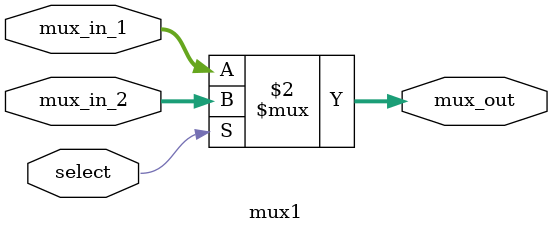
<source format=v>
module mux1(input [31:0] mux_in_1,
            input [31:0] mux_in_2,
            input select, 
            output [31:0] mux_out);

    assign mux_out = ~select ? mux_in_1 : mux_in_2;
	
endmodule

</source>
